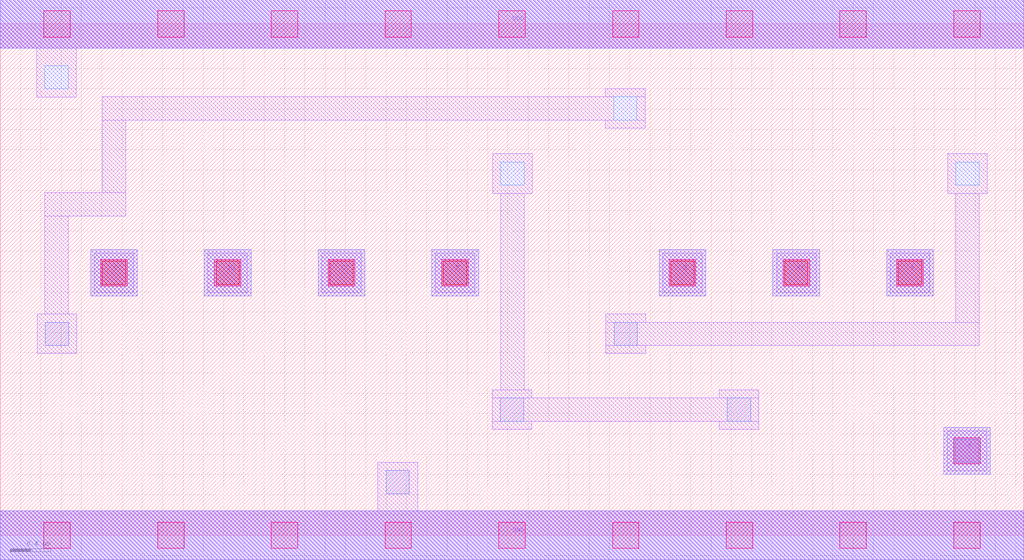
<source format=lef>
MACRO AOAAOI2113
 CLASS CORE ;
 FOREIGN AOAAOI2113 0 0 ;
 SIZE 10.08 BY 5.04 ;
 ORIGIN 0 0 ;
 SYMMETRY X Y R90 ;
 SITE unit ;
  PIN VDD
   DIRECTION INOUT ;
   USE POWER ;
   SHAPE ABUTMENT ;
    PORT
     CLASS CORE ;
       LAYER met1 ;
        RECT 0.00000000 4.80000000 10.08000000 5.28000000 ;
       LAYER met2 ;
        RECT 0.00000000 4.80000000 10.08000000 5.28000000 ;
    END
  END VDD

  PIN GND
   DIRECTION INOUT ;
   USE POWER ;
   SHAPE ABUTMENT ;
    PORT
     CLASS CORE ;
       LAYER met1 ;
        RECT 0.00000000 -0.24000000 10.08000000 0.24000000 ;
       LAYER met2 ;
        RECT 0.00000000 -0.24000000 10.08000000 0.24000000 ;
    END
  END GND

  PIN Y
   DIRECTION INOUT ;
   USE SIGNAL ;
   SHAPE ABUTMENT ;
    PORT
     CLASS CORE ;
       LAYER met2 ;
        RECT 9.29000000 0.60200000 9.75000000 1.06200000 ;
    END
  END Y

  PIN D2
   DIRECTION INOUT ;
   USE SIGNAL ;
   SHAPE ABUTMENT ;
    PORT
     CLASS CORE ;
       LAYER met2 ;
        RECT 3.13000000 2.35700000 3.59000000 2.81700000 ;
    END
  END D2

  PIN A1
   DIRECTION INOUT ;
   USE SIGNAL ;
   SHAPE ABUTMENT ;
    PORT
     CLASS CORE ;
       LAYER met2 ;
        RECT 7.61000000 2.35700000 8.07000000 2.81700000 ;
    END
  END A1

  PIN C
   DIRECTION INOUT ;
   USE SIGNAL ;
   SHAPE ABUTMENT ;
    PORT
     CLASS CORE ;
       LAYER met2 ;
        RECT 4.25000000 2.35700000 4.71000000 2.81700000 ;
    END
  END C

  PIN D1
   DIRECTION INOUT ;
   USE SIGNAL ;
   SHAPE ABUTMENT ;
    PORT
     CLASS CORE ;
       LAYER met2 ;
        RECT 2.01000000 2.35700000 2.47000000 2.81700000 ;
    END
  END D1

  PIN D
   DIRECTION INOUT ;
   USE SIGNAL ;
   SHAPE ABUTMENT ;
    PORT
     CLASS CORE ;
       LAYER met2 ;
        RECT 0.89000000 2.35700000 1.35000000 2.81700000 ;
    END
  END D

  PIN A
   DIRECTION INOUT ;
   USE SIGNAL ;
   SHAPE ABUTMENT ;
    PORT
     CLASS CORE ;
       LAYER met2 ;
        RECT 8.73000000 2.35700000 9.19000000 2.81700000 ;
    END
  END A

  PIN B
   DIRECTION INOUT ;
   USE SIGNAL ;
   SHAPE ABUTMENT ;
    PORT
     CLASS CORE ;
       LAYER met2 ;
        RECT 6.49000000 2.35700000 6.95000000 2.81700000 ;
    END
  END B

 OBS
    LAYER polycont ;
     RECT 1.00500000 2.47200000 1.23500000 2.70200000 ;
     RECT 2.12500000 2.47200000 2.35500000 2.70200000 ;
     RECT 3.24500000 2.47200000 3.47500000 2.70200000 ;
     RECT 4.36500000 2.47200000 4.59500000 2.70200000 ;
     RECT 6.60500000 2.47200000 6.83500000 2.70200000 ;
     RECT 7.72500000 2.47200000 7.95500000 2.70200000 ;
     RECT 8.84500000 2.47200000 9.07500000 2.70200000 ;

    LAYER pdiffc ;
     RECT 4.93000000 3.45000000 5.16000000 3.68000000 ;
     RECT 9.41000000 3.45000000 9.64000000 3.68000000 ;
     RECT 6.04000000 4.09200000 6.27000000 4.32200000 ;
     RECT 0.44000000 4.40000000 0.67000000 4.63000000 ;

    LAYER ndiffc ;
     RECT 3.80000000 0.41000000 4.03000000 0.64000000 ;
     RECT 9.40500000 0.71700000 9.63500000 0.94700000 ;
     RECT 4.92500000 1.12200000 5.15500000 1.35200000 ;
     RECT 7.16000000 1.12200000 7.39000000 1.35200000 ;
     RECT 0.44500000 1.87000000 0.67500000 2.10000000 ;
     RECT 6.04500000 1.87000000 6.27500000 2.10000000 ;

    LAYER met1 ;
     RECT 0.00000000 -0.24000000 10.08000000 0.24000000 ;
     RECT 3.72000000 0.24000000 4.11000000 0.72000000 ;
     RECT 9.32500000 0.63700000 9.71500000 1.02700000 ;
     RECT 0.92500000 2.39200000 1.31500000 2.78200000 ;
     RECT 2.04500000 2.39200000 2.43500000 2.78200000 ;
     RECT 3.16500000 2.39200000 3.55500000 2.78200000 ;
     RECT 4.28500000 2.39200000 4.67500000 2.78200000 ;
     RECT 6.52500000 2.39200000 6.91500000 2.78200000 ;
     RECT 7.64500000 2.39200000 8.03500000 2.78200000 ;
     RECT 8.76500000 2.39200000 9.15500000 2.78200000 ;
     RECT 4.84500000 1.04200000 5.23500000 1.12200000 ;
     RECT 7.08000000 1.04200000 7.47000000 1.12200000 ;
     RECT 4.84500000 1.12200000 7.47000000 1.35200000 ;
     RECT 4.84500000 1.35200000 5.23500000 1.43200000 ;
     RECT 7.08000000 1.35200000 7.47000000 1.43200000 ;
     RECT 4.93000000 1.43200000 5.16000000 3.37000000 ;
     RECT 4.85000000 3.37000000 5.24000000 3.76000000 ;
     RECT 5.96500000 1.79000000 6.35500000 1.87000000 ;
     RECT 5.96500000 1.87000000 9.64000000 2.10000000 ;
     RECT 5.96500000 2.10000000 6.35500000 2.18000000 ;
     RECT 9.41000000 2.10000000 9.64000000 3.37000000 ;
     RECT 9.33000000 3.37000000 9.72000000 3.76000000 ;
     RECT 0.36500000 1.79000000 0.75500000 2.18000000 ;
     RECT 0.44000000 2.18000000 0.67000000 3.14700000 ;
     RECT 0.44000000 3.14700000 1.23500000 3.37700000 ;
     RECT 1.00500000 3.37700000 1.23500000 4.09200000 ;
     RECT 5.96000000 4.01200000 6.35000000 4.09200000 ;
     RECT 1.00500000 4.09200000 6.35000000 4.32200000 ;
     RECT 5.96000000 4.32200000 6.35000000 4.40200000 ;
     RECT 0.36000000 4.32000000 0.75000000 4.80000000 ;
     RECT 0.00000000 4.80000000 10.08000000 5.28000000 ;

    LAYER via1 ;
     RECT 0.43000000 -0.13000000 0.69000000 0.13000000 ;
     RECT 1.55000000 -0.13000000 1.81000000 0.13000000 ;
     RECT 2.67000000 -0.13000000 2.93000000 0.13000000 ;
     RECT 3.79000000 -0.13000000 4.05000000 0.13000000 ;
     RECT 4.91000000 -0.13000000 5.17000000 0.13000000 ;
     RECT 6.03000000 -0.13000000 6.29000000 0.13000000 ;
     RECT 7.15000000 -0.13000000 7.41000000 0.13000000 ;
     RECT 8.27000000 -0.13000000 8.53000000 0.13000000 ;
     RECT 9.39000000 -0.13000000 9.65000000 0.13000000 ;
     RECT 9.39000000 0.70200000 9.65000000 0.96200000 ;
     RECT 0.99000000 2.45700000 1.25000000 2.71700000 ;
     RECT 2.11000000 2.45700000 2.37000000 2.71700000 ;
     RECT 3.23000000 2.45700000 3.49000000 2.71700000 ;
     RECT 4.35000000 2.45700000 4.61000000 2.71700000 ;
     RECT 6.59000000 2.45700000 6.85000000 2.71700000 ;
     RECT 7.71000000 2.45700000 7.97000000 2.71700000 ;
     RECT 8.83000000 2.45700000 9.09000000 2.71700000 ;
     RECT 0.43000000 4.91000000 0.69000000 5.17000000 ;
     RECT 1.55000000 4.91000000 1.81000000 5.17000000 ;
     RECT 2.67000000 4.91000000 2.93000000 5.17000000 ;
     RECT 3.79000000 4.91000000 4.05000000 5.17000000 ;
     RECT 4.91000000 4.91000000 5.17000000 5.17000000 ;
     RECT 6.03000000 4.91000000 6.29000000 5.17000000 ;
     RECT 7.15000000 4.91000000 7.41000000 5.17000000 ;
     RECT 8.27000000 4.91000000 8.53000000 5.17000000 ;
     RECT 9.39000000 4.91000000 9.65000000 5.17000000 ;

    LAYER met2 ;
     RECT 0.00000000 -0.24000000 10.08000000 0.24000000 ;
     RECT 9.29000000 0.60200000 9.75000000 1.06200000 ;
     RECT 0.89000000 2.35700000 1.35000000 2.81700000 ;
     RECT 2.01000000 2.35700000 2.47000000 2.81700000 ;
     RECT 3.13000000 2.35700000 3.59000000 2.81700000 ;
     RECT 4.25000000 2.35700000 4.71000000 2.81700000 ;
     RECT 6.49000000 2.35700000 6.95000000 2.81700000 ;
     RECT 7.61000000 2.35700000 8.07000000 2.81700000 ;
     RECT 8.73000000 2.35700000 9.19000000 2.81700000 ;
     RECT 0.00000000 4.80000000 10.08000000 5.28000000 ;

 END
END AOAAOI2113

</source>
